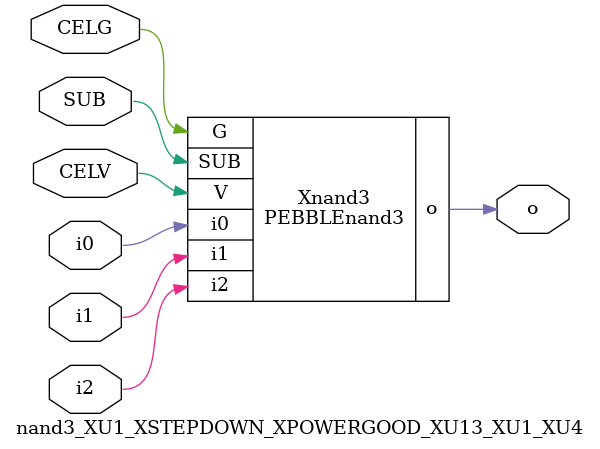
<source format=v>



module PEBBLEnand3 ( o, G, SUB, V, i0, i1, i2 );

  input i0;
  input V;
  input i2;
  input i1;
  input G;
  output o;
  input SUB;
endmodule

//Celera Confidential Do Not Copy nand3_XU1_XSTEPDOWN_XPOWERGOOD_XU13_XU1_XU4
//Celera Confidential Symbol Generator
//5V Inverter
module nand3_XU1_XSTEPDOWN_XPOWERGOOD_XU13_XU1_XU4 (CELV,CELG,i0,i1,i2,o,SUB);
input CELV;
input CELG;
input i0;
input i1;
input i2;
input SUB;
output o;

//Celera Confidential Do Not Copy nand3
PEBBLEnand3 Xnand3(
.V (CELV),
.i0 (i0),
.i1 (i1),
.i2 (i2),
.o (o),
.SUB (SUB),
.G (CELG)
);
//,diesize,PEBBLEnand3

//Celera Confidential Do Not Copy Module End
//Celera Schematic Generator
endmodule

</source>
